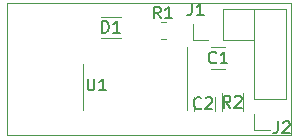
<source format=gbr>
G04 #@! TF.GenerationSoftware,KiCad,Pcbnew,(5.1.9)-1*
G04 #@! TF.CreationDate,2021-04-09T17:17:31+02:00*
G04 #@! TF.ProjectId,Token,546f6b65-6e2e-46b6-9963-61645f706362,rev?*
G04 #@! TF.SameCoordinates,Original*
G04 #@! TF.FileFunction,Legend,Top*
G04 #@! TF.FilePolarity,Positive*
%FSLAX46Y46*%
G04 Gerber Fmt 4.6, Leading zero omitted, Abs format (unit mm)*
G04 Created by KiCad (PCBNEW (5.1.9)-1) date 2021-04-09 17:17:31*
%MOMM*%
%LPD*%
G01*
G04 APERTURE LIST*
G04 #@! TA.AperFunction,Profile*
%ADD10C,0.050000*%
G04 #@! TD*
%ADD11C,0.120000*%
%ADD12C,0.150000*%
G04 APERTURE END LIST*
D10*
X161988500Y-47688500D02*
X158115000Y-47688500D01*
X161988500Y-36512500D02*
X161988500Y-47688500D01*
X158115000Y-36512500D02*
X161988500Y-36512500D01*
X137985500Y-36512500D02*
X138049000Y-36512500D01*
X137985500Y-47688500D02*
X137985500Y-36512500D01*
X158115000Y-47688500D02*
X137985500Y-47688500D01*
X138049000Y-36512500D02*
X158115000Y-36512500D01*
D11*
G04 #@! TO.C,C1*
X156434064Y-42058000D02*
X155229936Y-42058000D01*
X156434064Y-40238000D02*
X155229936Y-40238000D01*
G04 #@! TO.C,C2*
X155596000Y-44416436D02*
X155596000Y-45620564D01*
X153776000Y-44416436D02*
X153776000Y-45620564D01*
G04 #@! TO.C,D1*
X145901758Y-39454500D02*
X147572242Y-39454500D01*
X145901758Y-37634500D02*
X147572242Y-37634500D01*
G04 #@! TO.C,J2*
X161540500Y-44640500D02*
X158880500Y-44640500D01*
X161540500Y-44640500D02*
X161540500Y-36960500D01*
X161540500Y-36960500D02*
X158880500Y-36960500D01*
X158880500Y-44640500D02*
X158880500Y-36960500D01*
X158880500Y-47240500D02*
X158880500Y-45910500D01*
X160210500Y-47240500D02*
X158880500Y-47240500D01*
G04 #@! TO.C,R2*
X157945500Y-45595564D02*
X157945500Y-44141436D01*
X156125500Y-45595564D02*
X156125500Y-44141436D01*
G04 #@! TO.C,U1*
X153215500Y-43626000D02*
X153215500Y-40176000D01*
X153215500Y-43626000D02*
X153215500Y-45576000D01*
X144345500Y-43626000D02*
X144345500Y-41676000D01*
X144345500Y-43626000D02*
X144345500Y-45576000D01*
G04 #@! TO.C,J1*
X153673500Y-39620500D02*
X153673500Y-38290500D01*
X155003500Y-39620500D02*
X153673500Y-39620500D01*
X156273500Y-39620500D02*
X156273500Y-36960500D01*
X156273500Y-36960500D02*
X158873500Y-36960500D01*
X156273500Y-39620500D02*
X158873500Y-39620500D01*
X158873500Y-39620500D02*
X158873500Y-36960500D01*
G04 #@! TO.C,R1*
X150950436Y-39533500D02*
X151404564Y-39533500D01*
X150950436Y-38063500D02*
X151404564Y-38063500D01*
G04 #@! TD*
G04 #@! TO.C,C1*
D12*
X155662333Y-41505142D02*
X155614714Y-41552761D01*
X155471857Y-41600380D01*
X155376619Y-41600380D01*
X155233761Y-41552761D01*
X155138523Y-41457523D01*
X155090904Y-41362285D01*
X155043285Y-41171809D01*
X155043285Y-41028952D01*
X155090904Y-40838476D01*
X155138523Y-40743238D01*
X155233761Y-40648000D01*
X155376619Y-40600380D01*
X155471857Y-40600380D01*
X155614714Y-40648000D01*
X155662333Y-40695619D01*
X156614714Y-41600380D02*
X156043285Y-41600380D01*
X156329000Y-41600380D02*
X156329000Y-40600380D01*
X156233761Y-40743238D01*
X156138523Y-40838476D01*
X156043285Y-40886095D01*
G04 #@! TO.C,C2*
X154392333Y-45372642D02*
X154344714Y-45420261D01*
X154201857Y-45467880D01*
X154106619Y-45467880D01*
X153963761Y-45420261D01*
X153868523Y-45325023D01*
X153820904Y-45229785D01*
X153773285Y-45039309D01*
X153773285Y-44896452D01*
X153820904Y-44705976D01*
X153868523Y-44610738D01*
X153963761Y-44515500D01*
X154106619Y-44467880D01*
X154201857Y-44467880D01*
X154344714Y-44515500D01*
X154392333Y-44563119D01*
X154773285Y-44563119D02*
X154820904Y-44515500D01*
X154916142Y-44467880D01*
X155154238Y-44467880D01*
X155249476Y-44515500D01*
X155297095Y-44563119D01*
X155344714Y-44658357D01*
X155344714Y-44753595D01*
X155297095Y-44896452D01*
X154725666Y-45467880D01*
X155344714Y-45467880D01*
G04 #@! TO.C,D1*
X145987404Y-38996880D02*
X145987404Y-37996880D01*
X146225500Y-37996880D01*
X146368357Y-38044500D01*
X146463595Y-38139738D01*
X146511214Y-38234976D01*
X146558833Y-38425452D01*
X146558833Y-38568309D01*
X146511214Y-38758785D01*
X146463595Y-38854023D01*
X146368357Y-38949261D01*
X146225500Y-38996880D01*
X145987404Y-38996880D01*
X147511214Y-38996880D02*
X146939785Y-38996880D01*
X147225500Y-38996880D02*
X147225500Y-37996880D01*
X147130261Y-38139738D01*
X147035023Y-38234976D01*
X146939785Y-38282595D01*
G04 #@! TO.C,J2*
X160893166Y-46505880D02*
X160893166Y-47220166D01*
X160845547Y-47363023D01*
X160750309Y-47458261D01*
X160607452Y-47505880D01*
X160512214Y-47505880D01*
X161321738Y-46601119D02*
X161369357Y-46553500D01*
X161464595Y-46505880D01*
X161702690Y-46505880D01*
X161797928Y-46553500D01*
X161845547Y-46601119D01*
X161893166Y-46696357D01*
X161893166Y-46791595D01*
X161845547Y-46934452D01*
X161274119Y-47505880D01*
X161893166Y-47505880D01*
G04 #@! TO.C,R2*
X156868833Y-45346880D02*
X156535500Y-44870690D01*
X156297404Y-45346880D02*
X156297404Y-44346880D01*
X156678357Y-44346880D01*
X156773595Y-44394500D01*
X156821214Y-44442119D01*
X156868833Y-44537357D01*
X156868833Y-44680214D01*
X156821214Y-44775452D01*
X156773595Y-44823071D01*
X156678357Y-44870690D01*
X156297404Y-44870690D01*
X157249785Y-44442119D02*
X157297404Y-44394500D01*
X157392642Y-44346880D01*
X157630738Y-44346880D01*
X157725976Y-44394500D01*
X157773595Y-44442119D01*
X157821214Y-44537357D01*
X157821214Y-44632595D01*
X157773595Y-44775452D01*
X157202166Y-45346880D01*
X157821214Y-45346880D01*
G04 #@! TO.C,U1*
X144780095Y-42886380D02*
X144780095Y-43695904D01*
X144827714Y-43791142D01*
X144875333Y-43838761D01*
X144970571Y-43886380D01*
X145161047Y-43886380D01*
X145256285Y-43838761D01*
X145303904Y-43791142D01*
X145351523Y-43695904D01*
X145351523Y-42886380D01*
X146351523Y-43886380D02*
X145780095Y-43886380D01*
X146065809Y-43886380D02*
X146065809Y-42886380D01*
X145970571Y-43029238D01*
X145875333Y-43124476D01*
X145780095Y-43172095D01*
G04 #@! TO.C,J1*
X153590666Y-36536380D02*
X153590666Y-37250666D01*
X153543047Y-37393523D01*
X153447809Y-37488761D01*
X153304952Y-37536380D01*
X153209714Y-37536380D01*
X154590666Y-37536380D02*
X154019238Y-37536380D01*
X154304952Y-37536380D02*
X154304952Y-36536380D01*
X154209714Y-36679238D01*
X154114476Y-36774476D01*
X154019238Y-36822095D01*
G04 #@! TO.C,R1*
X150963333Y-37790380D02*
X150630000Y-37314190D01*
X150391904Y-37790380D02*
X150391904Y-36790380D01*
X150772857Y-36790380D01*
X150868095Y-36838000D01*
X150915714Y-36885619D01*
X150963333Y-36980857D01*
X150963333Y-37123714D01*
X150915714Y-37218952D01*
X150868095Y-37266571D01*
X150772857Y-37314190D01*
X150391904Y-37314190D01*
X151915714Y-37790380D02*
X151344285Y-37790380D01*
X151630000Y-37790380D02*
X151630000Y-36790380D01*
X151534761Y-36933238D01*
X151439523Y-37028476D01*
X151344285Y-37076095D01*
G04 #@! TD*
M02*

</source>
